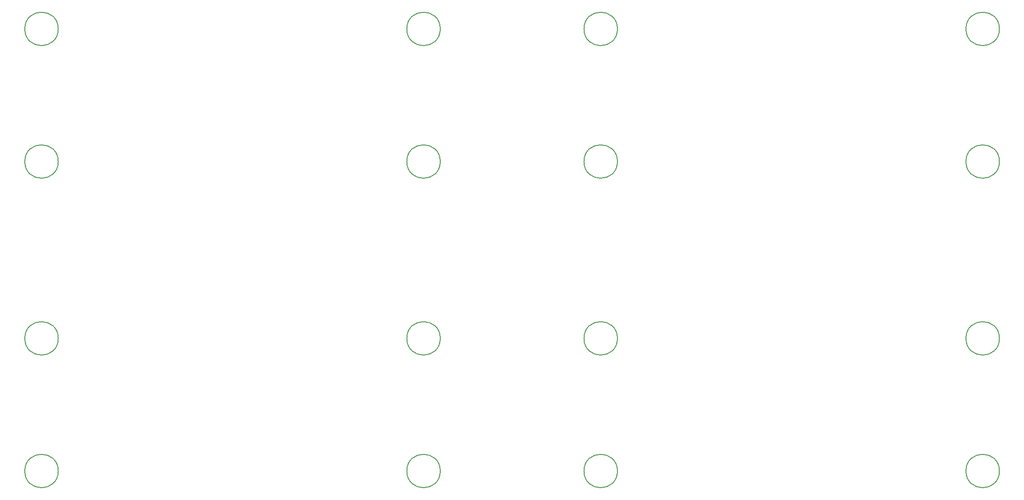
<source format=gbr>
%TF.GenerationSoftware,KiCad,Pcbnew,6.0.11-2627ca5db0~126~ubuntu20.04.1*%
%TF.CreationDate,2024-09-10T20:57:43-04:00*%
%TF.ProjectId,panel,70616e65-6c2e-46b6-9963-61645f706362,rev?*%
%TF.SameCoordinates,Original*%
%TF.FileFunction,Other,Comment*%
%FSLAX46Y46*%
G04 Gerber Fmt 4.6, Leading zero omitted, Abs format (unit mm)*
G04 Created by KiCad (PCBNEW 6.0.11-2627ca5db0~126~ubuntu20.04.1) date 2024-09-10 20:57:43*
%MOMM*%
%LPD*%
G01*
G04 APERTURE LIST*
%ADD10C,0.150000*%
G04 APERTURE END LIST*
D10*
%TO.C,H2*%
X134026400Y-49333800D02*
G75*
G03*
X134026400Y-49333800I-3200000J0D01*
G01*
%TO.C,H1*%
X100158800Y-108601400D02*
G75*
G03*
X100158800Y-108601400I-3200000J0D01*
G01*
X207051400Y-49333800D02*
G75*
G03*
X207051400Y-49333800I-3200000J0D01*
G01*
%TO.C,H4*%
X207051400Y-23933800D02*
G75*
G03*
X207051400Y-23933800I-3200000J0D01*
G01*
X100158800Y-23933800D02*
G75*
G03*
X100158800Y-23933800I-3200000J0D01*
G01*
%TO.C,H3*%
X134026400Y-23933800D02*
G75*
G03*
X134026400Y-23933800I-3200000J0D01*
G01*
%TO.C,H2*%
X134026400Y-108601400D02*
G75*
G03*
X134026400Y-108601400I-3200000J0D01*
G01*
%TO.C,H1*%
X100158800Y-49333800D02*
G75*
G03*
X100158800Y-49333800I-3200000J0D01*
G01*
%TO.C,H2*%
X27133800Y-49333800D02*
G75*
G03*
X27133800Y-49333800I-3200000J0D01*
G01*
%TO.C,H4*%
X100158800Y-83201400D02*
G75*
G03*
X100158800Y-83201400I-3200000J0D01*
G01*
%TO.C,H2*%
X27133800Y-108601400D02*
G75*
G03*
X27133800Y-108601400I-3200000J0D01*
G01*
%TO.C,H3*%
X134026400Y-83201400D02*
G75*
G03*
X134026400Y-83201400I-3200000J0D01*
G01*
X27133800Y-83201400D02*
G75*
G03*
X27133800Y-83201400I-3200000J0D01*
G01*
X27133800Y-23933800D02*
G75*
G03*
X27133800Y-23933800I-3200000J0D01*
G01*
%TO.C,H4*%
X207051400Y-83201400D02*
G75*
G03*
X207051400Y-83201400I-3200000J0D01*
G01*
%TO.C,H1*%
X207051400Y-108601400D02*
G75*
G03*
X207051400Y-108601400I-3200000J0D01*
G01*
%TD*%
M02*

</source>
